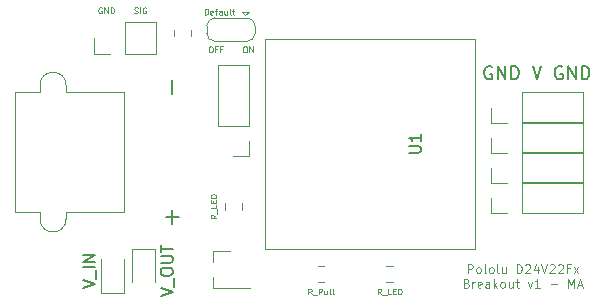
<source format=gto>
G04 #@! TF.GenerationSoftware,KiCad,Pcbnew,(5.1.5)-3*
G04 #@! TF.CreationDate,2021-10-17T14:13:30-07:00*
G04 #@! TF.ProjectId,pololu_regulator_breakout,706f6c6f-6c75-45f7-9265-67756c61746f,rev?*
G04 #@! TF.SameCoordinates,Original*
G04 #@! TF.FileFunction,Legend,Top*
G04 #@! TF.FilePolarity,Positive*
%FSLAX46Y46*%
G04 Gerber Fmt 4.6, Leading zero omitted, Abs format (unit mm)*
G04 Created by KiCad (PCBNEW (5.1.5)-3) date 2021-10-17 14:13:30*
%MOMM*%
%LPD*%
G04 APERTURE LIST*
%ADD10C,0.100000*%
%ADD11C,0.120000*%
%ADD12C,0.150000*%
%ADD13O,1.802000X1.802000*%
%ADD14R,1.802000X1.802000*%
%ADD15R,1.102000X1.602000*%
%ADD16R,2.002000X0.902000*%
%ADD17C,1.626000*%
%ADD18C,2.102000*%
%ADD19C,2.302000*%
%ADD20C,3.602000*%
%ADD21R,3.602000X3.602000*%
%ADD22C,1.502000*%
G04 APERTURE END LIST*
D10*
X134238095Y-71026190D02*
X134333333Y-71026190D01*
X134380952Y-71050000D01*
X134428571Y-71097619D01*
X134452380Y-71192857D01*
X134452380Y-71359523D01*
X134428571Y-71454761D01*
X134380952Y-71502380D01*
X134333333Y-71526190D01*
X134238095Y-71526190D01*
X134190476Y-71502380D01*
X134142857Y-71454761D01*
X134119047Y-71359523D01*
X134119047Y-71192857D01*
X134142857Y-71097619D01*
X134190476Y-71050000D01*
X134238095Y-71026190D01*
X134833333Y-71264285D02*
X134666666Y-71264285D01*
X134666666Y-71526190D02*
X134666666Y-71026190D01*
X134904761Y-71026190D01*
X135261904Y-71264285D02*
X135095238Y-71264285D01*
X135095238Y-71526190D02*
X135095238Y-71026190D01*
X135333333Y-71026190D01*
X137142857Y-71026190D02*
X137238095Y-71026190D01*
X137285714Y-71050000D01*
X137333333Y-71097619D01*
X137357142Y-71192857D01*
X137357142Y-71359523D01*
X137333333Y-71454761D01*
X137285714Y-71502380D01*
X137238095Y-71526190D01*
X137142857Y-71526190D01*
X137095238Y-71502380D01*
X137047619Y-71454761D01*
X137023809Y-71359523D01*
X137023809Y-71192857D01*
X137047619Y-71097619D01*
X137095238Y-71050000D01*
X137142857Y-71026190D01*
X137571428Y-71526190D02*
X137571428Y-71026190D01*
X137857142Y-71526190D01*
X137857142Y-71026190D01*
X125050000Y-67750000D02*
X125002380Y-67726190D01*
X124930952Y-67726190D01*
X124859523Y-67750000D01*
X124811904Y-67797619D01*
X124788095Y-67845238D01*
X124764285Y-67940476D01*
X124764285Y-68011904D01*
X124788095Y-68107142D01*
X124811904Y-68154761D01*
X124859523Y-68202380D01*
X124930952Y-68226190D01*
X124978571Y-68226190D01*
X125050000Y-68202380D01*
X125073809Y-68178571D01*
X125073809Y-68011904D01*
X124978571Y-68011904D01*
X125288095Y-68226190D02*
X125288095Y-67726190D01*
X125573809Y-68226190D01*
X125573809Y-67726190D01*
X125811904Y-68226190D02*
X125811904Y-67726190D01*
X125930952Y-67726190D01*
X126002380Y-67750000D01*
X126050000Y-67797619D01*
X126073809Y-67845238D01*
X126097619Y-67940476D01*
X126097619Y-68011904D01*
X126073809Y-68107142D01*
X126050000Y-68154761D01*
X126002380Y-68202380D01*
X125930952Y-68226190D01*
X125811904Y-68226190D01*
X127811904Y-68202380D02*
X127883333Y-68226190D01*
X128002380Y-68226190D01*
X128050000Y-68202380D01*
X128073809Y-68178571D01*
X128097619Y-68130952D01*
X128097619Y-68083333D01*
X128073809Y-68035714D01*
X128050000Y-68011904D01*
X128002380Y-67988095D01*
X127907142Y-67964285D01*
X127859523Y-67940476D01*
X127835714Y-67916666D01*
X127811904Y-67869047D01*
X127811904Y-67821428D01*
X127835714Y-67773809D01*
X127859523Y-67750000D01*
X127907142Y-67726190D01*
X128026190Y-67726190D01*
X128097619Y-67750000D01*
X128311904Y-68226190D02*
X128311904Y-67726190D01*
X128811904Y-67750000D02*
X128764285Y-67726190D01*
X128692857Y-67726190D01*
X128621428Y-67750000D01*
X128573809Y-67797619D01*
X128550000Y-67845238D01*
X128526190Y-67940476D01*
X128526190Y-68011904D01*
X128550000Y-68107142D01*
X128573809Y-68154761D01*
X128621428Y-68202380D01*
X128692857Y-68226190D01*
X128740476Y-68226190D01*
X128811904Y-68202380D01*
X128835714Y-68178571D01*
X128835714Y-68011904D01*
X128740476Y-68011904D01*
D11*
X156057142Y-90216785D02*
X156057142Y-89466785D01*
X156342857Y-89466785D01*
X156414285Y-89502500D01*
X156450000Y-89538214D01*
X156485714Y-89609642D01*
X156485714Y-89716785D01*
X156450000Y-89788214D01*
X156414285Y-89823928D01*
X156342857Y-89859642D01*
X156057142Y-89859642D01*
X156914285Y-90216785D02*
X156842857Y-90181071D01*
X156807142Y-90145357D01*
X156771428Y-90073928D01*
X156771428Y-89859642D01*
X156807142Y-89788214D01*
X156842857Y-89752500D01*
X156914285Y-89716785D01*
X157021428Y-89716785D01*
X157092857Y-89752500D01*
X157128571Y-89788214D01*
X157164285Y-89859642D01*
X157164285Y-90073928D01*
X157128571Y-90145357D01*
X157092857Y-90181071D01*
X157021428Y-90216785D01*
X156914285Y-90216785D01*
X157592857Y-90216785D02*
X157521428Y-90181071D01*
X157485714Y-90109642D01*
X157485714Y-89466785D01*
X157985714Y-90216785D02*
X157914285Y-90181071D01*
X157878571Y-90145357D01*
X157842857Y-90073928D01*
X157842857Y-89859642D01*
X157878571Y-89788214D01*
X157914285Y-89752500D01*
X157985714Y-89716785D01*
X158092857Y-89716785D01*
X158164285Y-89752500D01*
X158200000Y-89788214D01*
X158235714Y-89859642D01*
X158235714Y-90073928D01*
X158200000Y-90145357D01*
X158164285Y-90181071D01*
X158092857Y-90216785D01*
X157985714Y-90216785D01*
X158664285Y-90216785D02*
X158592857Y-90181071D01*
X158557142Y-90109642D01*
X158557142Y-89466785D01*
X159271428Y-89716785D02*
X159271428Y-90216785D01*
X158950000Y-89716785D02*
X158950000Y-90109642D01*
X158985714Y-90181071D01*
X159057142Y-90216785D01*
X159164285Y-90216785D01*
X159235714Y-90181071D01*
X159271428Y-90145357D01*
X160200000Y-90216785D02*
X160200000Y-89466785D01*
X160378571Y-89466785D01*
X160485714Y-89502500D01*
X160557142Y-89573928D01*
X160592857Y-89645357D01*
X160628571Y-89788214D01*
X160628571Y-89895357D01*
X160592857Y-90038214D01*
X160557142Y-90109642D01*
X160485714Y-90181071D01*
X160378571Y-90216785D01*
X160200000Y-90216785D01*
X160914285Y-89538214D02*
X160950000Y-89502500D01*
X161021428Y-89466785D01*
X161200000Y-89466785D01*
X161271428Y-89502500D01*
X161307142Y-89538214D01*
X161342857Y-89609642D01*
X161342857Y-89681071D01*
X161307142Y-89788214D01*
X160878571Y-90216785D01*
X161342857Y-90216785D01*
X161985714Y-89716785D02*
X161985714Y-90216785D01*
X161807142Y-89431071D02*
X161628571Y-89966785D01*
X162092857Y-89966785D01*
X162271428Y-89466785D02*
X162521428Y-90216785D01*
X162771428Y-89466785D01*
X162985714Y-89538214D02*
X163021428Y-89502500D01*
X163092857Y-89466785D01*
X163271428Y-89466785D01*
X163342857Y-89502500D01*
X163378571Y-89538214D01*
X163414285Y-89609642D01*
X163414285Y-89681071D01*
X163378571Y-89788214D01*
X162950000Y-90216785D01*
X163414285Y-90216785D01*
X163700000Y-89538214D02*
X163735714Y-89502500D01*
X163807142Y-89466785D01*
X163985714Y-89466785D01*
X164057142Y-89502500D01*
X164092857Y-89538214D01*
X164128571Y-89609642D01*
X164128571Y-89681071D01*
X164092857Y-89788214D01*
X163664285Y-90216785D01*
X164128571Y-90216785D01*
X164700000Y-89823928D02*
X164450000Y-89823928D01*
X164450000Y-90216785D02*
X164450000Y-89466785D01*
X164807142Y-89466785D01*
X165021428Y-90216785D02*
X165414285Y-89716785D01*
X165021428Y-89716785D02*
X165414285Y-90216785D01*
X155950000Y-91068928D02*
X156057142Y-91104642D01*
X156092857Y-91140357D01*
X156128571Y-91211785D01*
X156128571Y-91318928D01*
X156092857Y-91390357D01*
X156057142Y-91426071D01*
X155985714Y-91461785D01*
X155700000Y-91461785D01*
X155700000Y-90711785D01*
X155950000Y-90711785D01*
X156021428Y-90747500D01*
X156057142Y-90783214D01*
X156092857Y-90854642D01*
X156092857Y-90926071D01*
X156057142Y-90997500D01*
X156021428Y-91033214D01*
X155950000Y-91068928D01*
X155700000Y-91068928D01*
X156450000Y-91461785D02*
X156450000Y-90961785D01*
X156450000Y-91104642D02*
X156485714Y-91033214D01*
X156521428Y-90997500D01*
X156592857Y-90961785D01*
X156664285Y-90961785D01*
X157200000Y-91426071D02*
X157128571Y-91461785D01*
X156985714Y-91461785D01*
X156914285Y-91426071D01*
X156878571Y-91354642D01*
X156878571Y-91068928D01*
X156914285Y-90997500D01*
X156985714Y-90961785D01*
X157128571Y-90961785D01*
X157200000Y-90997500D01*
X157235714Y-91068928D01*
X157235714Y-91140357D01*
X156878571Y-91211785D01*
X157878571Y-91461785D02*
X157878571Y-91068928D01*
X157842857Y-90997500D01*
X157771428Y-90961785D01*
X157628571Y-90961785D01*
X157557142Y-90997500D01*
X157878571Y-91426071D02*
X157807142Y-91461785D01*
X157628571Y-91461785D01*
X157557142Y-91426071D01*
X157521428Y-91354642D01*
X157521428Y-91283214D01*
X157557142Y-91211785D01*
X157628571Y-91176071D01*
X157807142Y-91176071D01*
X157878571Y-91140357D01*
X158235714Y-91461785D02*
X158235714Y-90711785D01*
X158307142Y-91176071D02*
X158521428Y-91461785D01*
X158521428Y-90961785D02*
X158235714Y-91247500D01*
X158950000Y-91461785D02*
X158878571Y-91426071D01*
X158842857Y-91390357D01*
X158807142Y-91318928D01*
X158807142Y-91104642D01*
X158842857Y-91033214D01*
X158878571Y-90997500D01*
X158950000Y-90961785D01*
X159057142Y-90961785D01*
X159128571Y-90997500D01*
X159164285Y-91033214D01*
X159200000Y-91104642D01*
X159200000Y-91318928D01*
X159164285Y-91390357D01*
X159128571Y-91426071D01*
X159057142Y-91461785D01*
X158950000Y-91461785D01*
X159842857Y-90961785D02*
X159842857Y-91461785D01*
X159521428Y-90961785D02*
X159521428Y-91354642D01*
X159557142Y-91426071D01*
X159628571Y-91461785D01*
X159735714Y-91461785D01*
X159807142Y-91426071D01*
X159842857Y-91390357D01*
X160092857Y-90961785D02*
X160378571Y-90961785D01*
X160200000Y-90711785D02*
X160200000Y-91354642D01*
X160235714Y-91426071D01*
X160307142Y-91461785D01*
X160378571Y-91461785D01*
X161128571Y-90961785D02*
X161307142Y-91461785D01*
X161485714Y-90961785D01*
X162164285Y-91461785D02*
X161735714Y-91461785D01*
X161950000Y-91461785D02*
X161950000Y-90711785D01*
X161878571Y-90818928D01*
X161807142Y-90890357D01*
X161735714Y-90926071D01*
X163057142Y-91176071D02*
X163628571Y-91176071D01*
X164557142Y-91461785D02*
X164557142Y-90711785D01*
X164807142Y-91247500D01*
X165057142Y-90711785D01*
X165057142Y-91461785D01*
X165378571Y-91247500D02*
X165735714Y-91247500D01*
X165307142Y-91461785D02*
X165557142Y-90711785D01*
X165807142Y-91461785D01*
D12*
X158076190Y-72750000D02*
X157971428Y-72697619D01*
X157814285Y-72697619D01*
X157657142Y-72750000D01*
X157552380Y-72854761D01*
X157500000Y-72959523D01*
X157447619Y-73169047D01*
X157447619Y-73326190D01*
X157500000Y-73535714D01*
X157552380Y-73640476D01*
X157657142Y-73745238D01*
X157814285Y-73797619D01*
X157919047Y-73797619D01*
X158076190Y-73745238D01*
X158128571Y-73692857D01*
X158128571Y-73326190D01*
X157919047Y-73326190D01*
X158600000Y-73797619D02*
X158600000Y-72697619D01*
X159228571Y-73797619D01*
X159228571Y-72697619D01*
X159752380Y-73797619D02*
X159752380Y-72697619D01*
X160014285Y-72697619D01*
X160171428Y-72750000D01*
X160276190Y-72854761D01*
X160328571Y-72959523D01*
X160380952Y-73169047D01*
X160380952Y-73326190D01*
X160328571Y-73535714D01*
X160276190Y-73640476D01*
X160171428Y-73745238D01*
X160014285Y-73797619D01*
X159752380Y-73797619D01*
X161533333Y-72697619D02*
X161900000Y-73797619D01*
X162266666Y-72697619D01*
X164047619Y-72750000D02*
X163942857Y-72697619D01*
X163785714Y-72697619D01*
X163628571Y-72750000D01*
X163523809Y-72854761D01*
X163471428Y-72959523D01*
X163419047Y-73169047D01*
X163419047Y-73326190D01*
X163471428Y-73535714D01*
X163523809Y-73640476D01*
X163628571Y-73745238D01*
X163785714Y-73797619D01*
X163890476Y-73797619D01*
X164047619Y-73745238D01*
X164100000Y-73692857D01*
X164100000Y-73326190D01*
X163890476Y-73326190D01*
X164571428Y-73797619D02*
X164571428Y-72697619D01*
X165200000Y-73797619D01*
X165200000Y-72697619D01*
X165723809Y-73797619D02*
X165723809Y-72697619D01*
X165985714Y-72697619D01*
X166142857Y-72750000D01*
X166247619Y-72854761D01*
X166300000Y-72959523D01*
X166352380Y-73169047D01*
X166352380Y-73326190D01*
X166300000Y-73535714D01*
X166247619Y-73640476D01*
X166142857Y-73745238D01*
X165985714Y-73797619D01*
X165723809Y-73797619D01*
D11*
X124430000Y-71630000D02*
X124430000Y-70300000D01*
X125760000Y-71630000D02*
X124430000Y-71630000D01*
X127030000Y-71630000D02*
X127030000Y-68970000D01*
X127030000Y-68970000D02*
X129630000Y-68970000D01*
X127030000Y-71630000D02*
X129630000Y-71630000D01*
X129630000Y-71630000D02*
X129630000Y-68970000D01*
X132610000Y-70136252D02*
X132610000Y-69613748D01*
X131190000Y-70136252D02*
X131190000Y-69613748D01*
X138050000Y-69900000D02*
G75*
G02X137350000Y-70600000I-700000J0D01*
G01*
X137350000Y-68600000D02*
G75*
G02X138050000Y-69300000I0J-700000D01*
G01*
X133950000Y-69300000D02*
G75*
G02X134650000Y-68600000I700000J0D01*
G01*
X134650000Y-70600000D02*
G75*
G02X133950000Y-69900000I0J700000D01*
G01*
X137400000Y-70600000D02*
X134600000Y-70600000D01*
X133950000Y-69900000D02*
X133950000Y-69300000D01*
X134600000Y-68600000D02*
X137400000Y-68600000D01*
X138050000Y-69300000D02*
X138050000Y-69900000D01*
X137200000Y-68400000D02*
X137500000Y-68100000D01*
X137500000Y-68100000D02*
X136900000Y-68100000D01*
X137200000Y-68400000D02*
X136900000Y-68100000D01*
X135490000Y-84313748D02*
X135490000Y-84836252D01*
X136910000Y-84313748D02*
X136910000Y-84836252D01*
X126960000Y-91885000D02*
X126960000Y-89025000D01*
X125040000Y-91885000D02*
X126960000Y-91885000D01*
X125040000Y-89025000D02*
X125040000Y-91885000D01*
X134440000Y-88320000D02*
X135900000Y-88320000D01*
X134440000Y-91480000D02*
X137600000Y-91480000D01*
X134440000Y-91480000D02*
X134440000Y-90550000D01*
X134440000Y-88320000D02*
X134440000Y-89250000D01*
X156692600Y-88168480D02*
X138912600Y-88168480D01*
X138892600Y-88168480D02*
X138892600Y-70368480D01*
X138892600Y-70368480D02*
X156692600Y-70368480D01*
X156692600Y-70368480D02*
X156692600Y-88168480D01*
X143861252Y-89590000D02*
X143338748Y-89590000D01*
X143861252Y-91010000D02*
X143338748Y-91010000D01*
X149163748Y-91010000D02*
X149686252Y-91010000D01*
X149163748Y-89590000D02*
X149686252Y-89590000D01*
X127640000Y-88140000D02*
X127640000Y-91000000D01*
X129560000Y-88140000D02*
X127640000Y-88140000D01*
X129560000Y-91000000D02*
X129560000Y-88140000D01*
X158055000Y-77530000D02*
X158055000Y-76200000D01*
X159385000Y-77530000D02*
X158055000Y-77530000D01*
X160655000Y-77530000D02*
X160655000Y-74870000D01*
X160655000Y-74870000D02*
X165795000Y-74870000D01*
X160655000Y-77530000D02*
X165795000Y-77530000D01*
X165795000Y-77530000D02*
X165795000Y-74870000D01*
X158055000Y-80070000D02*
X158055000Y-78740000D01*
X159385000Y-80070000D02*
X158055000Y-80070000D01*
X160655000Y-80070000D02*
X160655000Y-77410000D01*
X160655000Y-77410000D02*
X165795000Y-77410000D01*
X160655000Y-80070000D02*
X165795000Y-80070000D01*
X165795000Y-80070000D02*
X165795000Y-77410000D01*
X158055000Y-82610000D02*
X158055000Y-81280000D01*
X159385000Y-82610000D02*
X158055000Y-82610000D01*
X160655000Y-82610000D02*
X160655000Y-79950000D01*
X160655000Y-79950000D02*
X165795000Y-79950000D01*
X160655000Y-82610000D02*
X165795000Y-82610000D01*
X165795000Y-82610000D02*
X165795000Y-79950000D01*
X158055000Y-85150000D02*
X158055000Y-83820000D01*
X159385000Y-85150000D02*
X158055000Y-85150000D01*
X160655000Y-85150000D02*
X160655000Y-82490000D01*
X160655000Y-82490000D02*
X165795000Y-82490000D01*
X160655000Y-85150000D02*
X165795000Y-85150000D01*
X165795000Y-85150000D02*
X165795000Y-82490000D01*
X119827000Y-74320000D02*
G75*
G02X122047000Y-74320000I1110000J0D01*
G01*
X122047000Y-85620000D02*
G75*
G02X119827000Y-85620000I-1110000J0D01*
G01*
X117727000Y-74910000D02*
X119827000Y-74910000D01*
X122047000Y-85620000D02*
X122047000Y-85030000D01*
X119827000Y-85620000D02*
X119827000Y-85030000D01*
X119827000Y-74910000D02*
X119827000Y-74320000D01*
X122047000Y-74910000D02*
X122047000Y-74320000D01*
X122047000Y-74910000D02*
X126947000Y-74910000D01*
X117727000Y-85030000D02*
X119827000Y-85030000D01*
X122047000Y-85030000D02*
X126947000Y-85030000D01*
X126947000Y-85030000D02*
X126947000Y-74910000D01*
X117727000Y-85030000D02*
X117727000Y-74910000D01*
X137530000Y-80330000D02*
X136200000Y-80330000D01*
X137530000Y-79000000D02*
X137530000Y-80330000D01*
X137530000Y-77730000D02*
X134870000Y-77730000D01*
X134870000Y-77730000D02*
X134870000Y-72590000D01*
X137530000Y-77730000D02*
X137530000Y-72590000D01*
X137530000Y-72590000D02*
X134870000Y-72590000D01*
D10*
X133785714Y-68326190D02*
X133785714Y-67826190D01*
X133904761Y-67826190D01*
X133976190Y-67850000D01*
X134023809Y-67897619D01*
X134047619Y-67945238D01*
X134071428Y-68040476D01*
X134071428Y-68111904D01*
X134047619Y-68207142D01*
X134023809Y-68254761D01*
X133976190Y-68302380D01*
X133904761Y-68326190D01*
X133785714Y-68326190D01*
X134476190Y-68302380D02*
X134428571Y-68326190D01*
X134333333Y-68326190D01*
X134285714Y-68302380D01*
X134261904Y-68254761D01*
X134261904Y-68064285D01*
X134285714Y-68016666D01*
X134333333Y-67992857D01*
X134428571Y-67992857D01*
X134476190Y-68016666D01*
X134500000Y-68064285D01*
X134500000Y-68111904D01*
X134261904Y-68159523D01*
X134642857Y-67992857D02*
X134833333Y-67992857D01*
X134714285Y-68326190D02*
X134714285Y-67897619D01*
X134738095Y-67850000D01*
X134785714Y-67826190D01*
X134833333Y-67826190D01*
X135214285Y-68326190D02*
X135214285Y-68064285D01*
X135190476Y-68016666D01*
X135142857Y-67992857D01*
X135047619Y-67992857D01*
X135000000Y-68016666D01*
X135214285Y-68302380D02*
X135166666Y-68326190D01*
X135047619Y-68326190D01*
X135000000Y-68302380D01*
X134976190Y-68254761D01*
X134976190Y-68207142D01*
X135000000Y-68159523D01*
X135047619Y-68135714D01*
X135166666Y-68135714D01*
X135214285Y-68111904D01*
X135666666Y-67992857D02*
X135666666Y-68326190D01*
X135452380Y-67992857D02*
X135452380Y-68254761D01*
X135476190Y-68302380D01*
X135523809Y-68326190D01*
X135595238Y-68326190D01*
X135642857Y-68302380D01*
X135666666Y-68278571D01*
X135976190Y-68326190D02*
X135928571Y-68302380D01*
X135904761Y-68254761D01*
X135904761Y-67826190D01*
X136095238Y-67992857D02*
X136285714Y-67992857D01*
X136166666Y-67826190D02*
X136166666Y-68254761D01*
X136190476Y-68302380D01*
X136238095Y-68326190D01*
X136285714Y-68326190D01*
X134776190Y-85289285D02*
X134538095Y-85455952D01*
X134776190Y-85575000D02*
X134276190Y-85575000D01*
X134276190Y-85384523D01*
X134300000Y-85336904D01*
X134323809Y-85313095D01*
X134371428Y-85289285D01*
X134442857Y-85289285D01*
X134490476Y-85313095D01*
X134514285Y-85336904D01*
X134538095Y-85384523D01*
X134538095Y-85575000D01*
X134823809Y-85194047D02*
X134823809Y-84813095D01*
X134776190Y-84455952D02*
X134776190Y-84694047D01*
X134276190Y-84694047D01*
X134514285Y-84289285D02*
X134514285Y-84122619D01*
X134776190Y-84051190D02*
X134776190Y-84289285D01*
X134276190Y-84289285D01*
X134276190Y-84051190D01*
X134776190Y-83836904D02*
X134276190Y-83836904D01*
X134276190Y-83717857D01*
X134300000Y-83646428D01*
X134347619Y-83598809D01*
X134395238Y-83575000D01*
X134490476Y-83551190D01*
X134561904Y-83551190D01*
X134657142Y-83575000D01*
X134704761Y-83598809D01*
X134752380Y-83646428D01*
X134776190Y-83717857D01*
X134776190Y-83836904D01*
D12*
X123452380Y-91476190D02*
X124452380Y-91142857D01*
X123452380Y-90809523D01*
X124547619Y-90714285D02*
X124547619Y-89952380D01*
X124452380Y-89714285D02*
X123452380Y-89714285D01*
X124452380Y-89238095D02*
X123452380Y-89238095D01*
X124452380Y-88666666D01*
X123452380Y-88666666D01*
X151064980Y-80040384D02*
X151874504Y-80040384D01*
X151969742Y-79992765D01*
X152017361Y-79945146D01*
X152064980Y-79849908D01*
X152064980Y-79659432D01*
X152017361Y-79564194D01*
X151969742Y-79516575D01*
X151874504Y-79468956D01*
X151064980Y-79468956D01*
X152064980Y-78468956D02*
X152064980Y-79040384D01*
X152064980Y-78754670D02*
X151064980Y-78754670D01*
X151207838Y-78849908D01*
X151303076Y-78945146D01*
X151350695Y-79040384D01*
D10*
X142826190Y-92026190D02*
X142659523Y-91788095D01*
X142540476Y-92026190D02*
X142540476Y-91526190D01*
X142730952Y-91526190D01*
X142778571Y-91550000D01*
X142802380Y-91573809D01*
X142826190Y-91621428D01*
X142826190Y-91692857D01*
X142802380Y-91740476D01*
X142778571Y-91764285D01*
X142730952Y-91788095D01*
X142540476Y-91788095D01*
X142921428Y-92073809D02*
X143302380Y-92073809D01*
X143421428Y-92026190D02*
X143421428Y-91526190D01*
X143611904Y-91526190D01*
X143659523Y-91550000D01*
X143683333Y-91573809D01*
X143707142Y-91621428D01*
X143707142Y-91692857D01*
X143683333Y-91740476D01*
X143659523Y-91764285D01*
X143611904Y-91788095D01*
X143421428Y-91788095D01*
X144135714Y-91692857D02*
X144135714Y-92026190D01*
X143921428Y-91692857D02*
X143921428Y-91954761D01*
X143945238Y-92002380D01*
X143992857Y-92026190D01*
X144064285Y-92026190D01*
X144111904Y-92002380D01*
X144135714Y-91978571D01*
X144445238Y-92026190D02*
X144397619Y-92002380D01*
X144373809Y-91954761D01*
X144373809Y-91526190D01*
X144707142Y-92026190D02*
X144659523Y-92002380D01*
X144635714Y-91954761D01*
X144635714Y-91526190D01*
X148710714Y-92026190D02*
X148544047Y-91788095D01*
X148425000Y-92026190D02*
X148425000Y-91526190D01*
X148615476Y-91526190D01*
X148663095Y-91550000D01*
X148686904Y-91573809D01*
X148710714Y-91621428D01*
X148710714Y-91692857D01*
X148686904Y-91740476D01*
X148663095Y-91764285D01*
X148615476Y-91788095D01*
X148425000Y-91788095D01*
X148805952Y-92073809D02*
X149186904Y-92073809D01*
X149544047Y-92026190D02*
X149305952Y-92026190D01*
X149305952Y-91526190D01*
X149710714Y-91764285D02*
X149877380Y-91764285D01*
X149948809Y-92026190D02*
X149710714Y-92026190D01*
X149710714Y-91526190D01*
X149948809Y-91526190D01*
X150163095Y-92026190D02*
X150163095Y-91526190D01*
X150282142Y-91526190D01*
X150353571Y-91550000D01*
X150401190Y-91597619D01*
X150425000Y-91645238D01*
X150448809Y-91740476D01*
X150448809Y-91811904D01*
X150425000Y-91907142D01*
X150401190Y-91954761D01*
X150353571Y-92002380D01*
X150282142Y-92026190D01*
X150163095Y-92026190D01*
D12*
X130052380Y-92142857D02*
X131052380Y-91809523D01*
X130052380Y-91476190D01*
X131147619Y-91380952D02*
X131147619Y-90619047D01*
X130052380Y-90190476D02*
X130052380Y-90000000D01*
X130100000Y-89904761D01*
X130195238Y-89809523D01*
X130385714Y-89761904D01*
X130719047Y-89761904D01*
X130909523Y-89809523D01*
X131004761Y-89904761D01*
X131052380Y-90000000D01*
X131052380Y-90190476D01*
X131004761Y-90285714D01*
X130909523Y-90380952D01*
X130719047Y-90428571D01*
X130385714Y-90428571D01*
X130195238Y-90380952D01*
X130100000Y-90285714D01*
X130052380Y-90190476D01*
X130052380Y-89333333D02*
X130861904Y-89333333D01*
X130957142Y-89285714D01*
X131004761Y-89238095D01*
X131052380Y-89142857D01*
X131052380Y-88952380D01*
X131004761Y-88857142D01*
X130957142Y-88809523D01*
X130861904Y-88761904D01*
X130052380Y-88761904D01*
X130052380Y-88428571D02*
X130052380Y-87857142D01*
X131052380Y-88142857D02*
X130052380Y-88142857D01*
X131044142Y-86041428D02*
X131044142Y-84898571D01*
X131615571Y-85470000D02*
X130472714Y-85470000D01*
X131044142Y-75041428D02*
X131044142Y-73898571D01*
%LPC*%
D13*
X128300000Y-70300000D03*
D14*
X125760000Y-70300000D03*
D10*
G36*
X132405505Y-68225311D02*
G01*
X132431925Y-68229230D01*
X132457835Y-68235720D01*
X132482983Y-68244718D01*
X132507128Y-68256138D01*
X132530038Y-68269869D01*
X132551492Y-68285780D01*
X132571282Y-68303718D01*
X132589220Y-68323508D01*
X132605131Y-68344962D01*
X132618862Y-68367872D01*
X132630282Y-68392017D01*
X132639280Y-68417165D01*
X132645770Y-68443075D01*
X132649689Y-68469495D01*
X132651000Y-68496173D01*
X132651000Y-69203827D01*
X132649689Y-69230505D01*
X132645770Y-69256925D01*
X132639280Y-69282835D01*
X132630282Y-69307983D01*
X132618862Y-69332128D01*
X132605131Y-69355038D01*
X132589220Y-69376492D01*
X132571282Y-69396282D01*
X132551492Y-69414220D01*
X132530038Y-69430131D01*
X132507128Y-69443862D01*
X132482983Y-69455282D01*
X132457835Y-69464280D01*
X132431925Y-69470770D01*
X132405505Y-69474689D01*
X132378827Y-69476000D01*
X131421173Y-69476000D01*
X131394495Y-69474689D01*
X131368075Y-69470770D01*
X131342165Y-69464280D01*
X131317017Y-69455282D01*
X131292872Y-69443862D01*
X131269962Y-69430131D01*
X131248508Y-69414220D01*
X131228718Y-69396282D01*
X131210780Y-69376492D01*
X131194869Y-69355038D01*
X131181138Y-69332128D01*
X131169718Y-69307983D01*
X131160720Y-69282835D01*
X131154230Y-69256925D01*
X131150311Y-69230505D01*
X131149000Y-69203827D01*
X131149000Y-68496173D01*
X131150311Y-68469495D01*
X131154230Y-68443075D01*
X131160720Y-68417165D01*
X131169718Y-68392017D01*
X131181138Y-68367872D01*
X131194869Y-68344962D01*
X131210780Y-68323508D01*
X131228718Y-68303718D01*
X131248508Y-68285780D01*
X131269962Y-68269869D01*
X131292872Y-68256138D01*
X131317017Y-68244718D01*
X131342165Y-68235720D01*
X131368075Y-68229230D01*
X131394495Y-68225311D01*
X131421173Y-68224000D01*
X132378827Y-68224000D01*
X132405505Y-68225311D01*
G37*
G36*
X132405505Y-70275311D02*
G01*
X132431925Y-70279230D01*
X132457835Y-70285720D01*
X132482983Y-70294718D01*
X132507128Y-70306138D01*
X132530038Y-70319869D01*
X132551492Y-70335780D01*
X132571282Y-70353718D01*
X132589220Y-70373508D01*
X132605131Y-70394962D01*
X132618862Y-70417872D01*
X132630282Y-70442017D01*
X132639280Y-70467165D01*
X132645770Y-70493075D01*
X132649689Y-70519495D01*
X132651000Y-70546173D01*
X132651000Y-71253827D01*
X132649689Y-71280505D01*
X132645770Y-71306925D01*
X132639280Y-71332835D01*
X132630282Y-71357983D01*
X132618862Y-71382128D01*
X132605131Y-71405038D01*
X132589220Y-71426492D01*
X132571282Y-71446282D01*
X132551492Y-71464220D01*
X132530038Y-71480131D01*
X132507128Y-71493862D01*
X132482983Y-71505282D01*
X132457835Y-71514280D01*
X132431925Y-71520770D01*
X132405505Y-71524689D01*
X132378827Y-71526000D01*
X131421173Y-71526000D01*
X131394495Y-71524689D01*
X131368075Y-71520770D01*
X131342165Y-71514280D01*
X131317017Y-71505282D01*
X131292872Y-71493862D01*
X131269962Y-71480131D01*
X131248508Y-71464220D01*
X131228718Y-71446282D01*
X131210780Y-71426492D01*
X131194869Y-71405038D01*
X131181138Y-71382128D01*
X131169718Y-71357983D01*
X131160720Y-71332835D01*
X131154230Y-71306925D01*
X131150311Y-71280505D01*
X131149000Y-71253827D01*
X131149000Y-70546173D01*
X131150311Y-70519495D01*
X131154230Y-70493075D01*
X131160720Y-70467165D01*
X131169718Y-70442017D01*
X131181138Y-70417872D01*
X131194869Y-70394962D01*
X131210780Y-70373508D01*
X131228718Y-70353718D01*
X131248508Y-70335780D01*
X131269962Y-70319869D01*
X131292872Y-70306138D01*
X131317017Y-70294718D01*
X131342165Y-70285720D01*
X131368075Y-70279230D01*
X131394495Y-70275311D01*
X131421173Y-70274000D01*
X132378827Y-70274000D01*
X132405505Y-70275311D01*
G37*
D15*
X136000000Y-69600000D03*
D10*
G36*
X134693888Y-70400398D02*
G01*
X134675466Y-70400398D01*
X134670467Y-70400152D01*
X134621636Y-70395342D01*
X134616686Y-70394608D01*
X134568561Y-70385036D01*
X134563705Y-70383820D01*
X134516750Y-70369576D01*
X134512039Y-70367890D01*
X134466706Y-70349113D01*
X134462180Y-70346973D01*
X134418907Y-70323842D01*
X134414616Y-70321269D01*
X134373817Y-70294009D01*
X134369796Y-70291027D01*
X134331867Y-70259899D01*
X134328159Y-70256538D01*
X134293462Y-70221841D01*
X134290101Y-70218133D01*
X134258973Y-70180204D01*
X134255991Y-70176183D01*
X134228731Y-70135384D01*
X134226158Y-70131093D01*
X134203027Y-70087820D01*
X134200887Y-70083294D01*
X134182110Y-70037961D01*
X134180424Y-70033250D01*
X134166180Y-69986295D01*
X134164964Y-69981439D01*
X134155392Y-69933314D01*
X134154658Y-69928364D01*
X134149848Y-69879533D01*
X134149602Y-69874534D01*
X134149602Y-69856112D01*
X134149000Y-69850000D01*
X134149000Y-69350000D01*
X134149602Y-69343888D01*
X134149602Y-69325466D01*
X134149848Y-69320467D01*
X134154658Y-69271636D01*
X134155392Y-69266686D01*
X134164964Y-69218561D01*
X134166180Y-69213705D01*
X134180424Y-69166750D01*
X134182110Y-69162039D01*
X134200887Y-69116706D01*
X134203027Y-69112180D01*
X134226158Y-69068907D01*
X134228731Y-69064616D01*
X134255991Y-69023817D01*
X134258973Y-69019796D01*
X134290101Y-68981867D01*
X134293462Y-68978159D01*
X134328159Y-68943462D01*
X134331867Y-68940101D01*
X134369796Y-68908973D01*
X134373817Y-68905991D01*
X134414616Y-68878731D01*
X134418907Y-68876158D01*
X134462180Y-68853027D01*
X134466706Y-68850887D01*
X134512039Y-68832110D01*
X134516750Y-68830424D01*
X134563705Y-68816180D01*
X134568561Y-68814964D01*
X134616686Y-68805392D01*
X134621636Y-68804658D01*
X134670467Y-68799848D01*
X134675466Y-68799602D01*
X134693888Y-68799602D01*
X134700000Y-68799000D01*
X135250000Y-68799000D01*
X135259950Y-68799980D01*
X135269517Y-68802882D01*
X135278334Y-68807595D01*
X135286062Y-68813938D01*
X135292405Y-68821666D01*
X135297118Y-68830483D01*
X135300020Y-68840050D01*
X135301000Y-68850000D01*
X135301000Y-70350000D01*
X135300020Y-70359950D01*
X135297118Y-70369517D01*
X135292405Y-70378334D01*
X135286062Y-70386062D01*
X135278334Y-70392405D01*
X135269517Y-70397118D01*
X135259950Y-70400020D01*
X135250000Y-70401000D01*
X134700000Y-70401000D01*
X134693888Y-70400398D01*
G37*
G36*
X136740050Y-70400020D02*
G01*
X136730483Y-70397118D01*
X136721666Y-70392405D01*
X136713938Y-70386062D01*
X136707595Y-70378334D01*
X136702882Y-70369517D01*
X136699980Y-70359950D01*
X136699000Y-70350000D01*
X136699000Y-68850000D01*
X136699980Y-68840050D01*
X136702882Y-68830483D01*
X136707595Y-68821666D01*
X136713938Y-68813938D01*
X136721666Y-68807595D01*
X136730483Y-68802882D01*
X136740050Y-68799980D01*
X136750000Y-68799000D01*
X137300000Y-68799000D01*
X137306112Y-68799602D01*
X137324534Y-68799602D01*
X137329533Y-68799848D01*
X137378364Y-68804658D01*
X137383314Y-68805392D01*
X137431439Y-68814964D01*
X137436295Y-68816180D01*
X137483250Y-68830424D01*
X137487961Y-68832110D01*
X137533294Y-68850887D01*
X137537820Y-68853027D01*
X137581093Y-68876158D01*
X137585384Y-68878731D01*
X137626183Y-68905991D01*
X137630204Y-68908973D01*
X137668133Y-68940101D01*
X137671841Y-68943462D01*
X137706538Y-68978159D01*
X137709899Y-68981867D01*
X137741027Y-69019796D01*
X137744009Y-69023817D01*
X137771269Y-69064616D01*
X137773842Y-69068907D01*
X137796973Y-69112180D01*
X137799113Y-69116706D01*
X137817890Y-69162039D01*
X137819576Y-69166750D01*
X137833820Y-69213705D01*
X137835036Y-69218561D01*
X137844608Y-69266686D01*
X137845342Y-69271636D01*
X137850152Y-69320467D01*
X137850398Y-69325466D01*
X137850398Y-69343888D01*
X137851000Y-69350000D01*
X137851000Y-69850000D01*
X137850398Y-69856112D01*
X137850398Y-69874534D01*
X137850152Y-69879533D01*
X137845342Y-69928364D01*
X137844608Y-69933314D01*
X137835036Y-69981439D01*
X137833820Y-69986295D01*
X137819576Y-70033250D01*
X137817890Y-70037961D01*
X137799113Y-70083294D01*
X137796973Y-70087820D01*
X137773842Y-70131093D01*
X137771269Y-70135384D01*
X137744009Y-70176183D01*
X137741027Y-70180204D01*
X137709899Y-70218133D01*
X137706538Y-70221841D01*
X137671841Y-70256538D01*
X137668133Y-70259899D01*
X137630204Y-70291027D01*
X137626183Y-70294009D01*
X137585384Y-70321269D01*
X137581093Y-70323842D01*
X137537820Y-70346973D01*
X137533294Y-70349113D01*
X137487961Y-70367890D01*
X137483250Y-70369576D01*
X137436295Y-70383820D01*
X137431439Y-70385036D01*
X137383314Y-70394608D01*
X137378364Y-70395342D01*
X137329533Y-70400152D01*
X137324534Y-70400398D01*
X137306112Y-70400398D01*
X137300000Y-70401000D01*
X136750000Y-70401000D01*
X136740050Y-70400020D01*
G37*
G36*
X136705505Y-84975311D02*
G01*
X136731925Y-84979230D01*
X136757835Y-84985720D01*
X136782983Y-84994718D01*
X136807128Y-85006138D01*
X136830038Y-85019869D01*
X136851492Y-85035780D01*
X136871282Y-85053718D01*
X136889220Y-85073508D01*
X136905131Y-85094962D01*
X136918862Y-85117872D01*
X136930282Y-85142017D01*
X136939280Y-85167165D01*
X136945770Y-85193075D01*
X136949689Y-85219495D01*
X136951000Y-85246173D01*
X136951000Y-85953827D01*
X136949689Y-85980505D01*
X136945770Y-86006925D01*
X136939280Y-86032835D01*
X136930282Y-86057983D01*
X136918862Y-86082128D01*
X136905131Y-86105038D01*
X136889220Y-86126492D01*
X136871282Y-86146282D01*
X136851492Y-86164220D01*
X136830038Y-86180131D01*
X136807128Y-86193862D01*
X136782983Y-86205282D01*
X136757835Y-86214280D01*
X136731925Y-86220770D01*
X136705505Y-86224689D01*
X136678827Y-86226000D01*
X135721173Y-86226000D01*
X135694495Y-86224689D01*
X135668075Y-86220770D01*
X135642165Y-86214280D01*
X135617017Y-86205282D01*
X135592872Y-86193862D01*
X135569962Y-86180131D01*
X135548508Y-86164220D01*
X135528718Y-86146282D01*
X135510780Y-86126492D01*
X135494869Y-86105038D01*
X135481138Y-86082128D01*
X135469718Y-86057983D01*
X135460720Y-86032835D01*
X135454230Y-86006925D01*
X135450311Y-85980505D01*
X135449000Y-85953827D01*
X135449000Y-85246173D01*
X135450311Y-85219495D01*
X135454230Y-85193075D01*
X135460720Y-85167165D01*
X135469718Y-85142017D01*
X135481138Y-85117872D01*
X135494869Y-85094962D01*
X135510780Y-85073508D01*
X135528718Y-85053718D01*
X135548508Y-85035780D01*
X135569962Y-85019869D01*
X135592872Y-85006138D01*
X135617017Y-84994718D01*
X135642165Y-84985720D01*
X135668075Y-84979230D01*
X135694495Y-84975311D01*
X135721173Y-84974000D01*
X136678827Y-84974000D01*
X136705505Y-84975311D01*
G37*
G36*
X136705505Y-82925311D02*
G01*
X136731925Y-82929230D01*
X136757835Y-82935720D01*
X136782983Y-82944718D01*
X136807128Y-82956138D01*
X136830038Y-82969869D01*
X136851492Y-82985780D01*
X136871282Y-83003718D01*
X136889220Y-83023508D01*
X136905131Y-83044962D01*
X136918862Y-83067872D01*
X136930282Y-83092017D01*
X136939280Y-83117165D01*
X136945770Y-83143075D01*
X136949689Y-83169495D01*
X136951000Y-83196173D01*
X136951000Y-83903827D01*
X136949689Y-83930505D01*
X136945770Y-83956925D01*
X136939280Y-83982835D01*
X136930282Y-84007983D01*
X136918862Y-84032128D01*
X136905131Y-84055038D01*
X136889220Y-84076492D01*
X136871282Y-84096282D01*
X136851492Y-84114220D01*
X136830038Y-84130131D01*
X136807128Y-84143862D01*
X136782983Y-84155282D01*
X136757835Y-84164280D01*
X136731925Y-84170770D01*
X136705505Y-84174689D01*
X136678827Y-84176000D01*
X135721173Y-84176000D01*
X135694495Y-84174689D01*
X135668075Y-84170770D01*
X135642165Y-84164280D01*
X135617017Y-84155282D01*
X135592872Y-84143862D01*
X135569962Y-84130131D01*
X135548508Y-84114220D01*
X135528718Y-84096282D01*
X135510780Y-84076492D01*
X135494869Y-84055038D01*
X135481138Y-84032128D01*
X135469718Y-84007983D01*
X135460720Y-83982835D01*
X135454230Y-83956925D01*
X135450311Y-83930505D01*
X135449000Y-83903827D01*
X135449000Y-83196173D01*
X135450311Y-83169495D01*
X135454230Y-83143075D01*
X135460720Y-83117165D01*
X135469718Y-83092017D01*
X135481138Y-83067872D01*
X135494869Y-83044962D01*
X135510780Y-83023508D01*
X135528718Y-83003718D01*
X135548508Y-82985780D01*
X135569962Y-82969869D01*
X135592872Y-82956138D01*
X135617017Y-82944718D01*
X135642165Y-82935720D01*
X135668075Y-82929230D01*
X135694495Y-82925311D01*
X135721173Y-82924000D01*
X136678827Y-82924000D01*
X136705505Y-82925311D01*
G37*
G36*
X126505505Y-88375311D02*
G01*
X126531925Y-88379230D01*
X126557835Y-88385720D01*
X126582983Y-88394718D01*
X126607128Y-88406138D01*
X126630038Y-88419869D01*
X126651492Y-88435780D01*
X126671282Y-88453718D01*
X126689220Y-88473508D01*
X126705131Y-88494962D01*
X126718862Y-88517872D01*
X126730282Y-88542017D01*
X126739280Y-88567165D01*
X126745770Y-88593075D01*
X126749689Y-88619495D01*
X126751000Y-88646173D01*
X126751000Y-89353827D01*
X126749689Y-89380505D01*
X126745770Y-89406925D01*
X126739280Y-89432835D01*
X126730282Y-89457983D01*
X126718862Y-89482128D01*
X126705131Y-89505038D01*
X126689220Y-89526492D01*
X126671282Y-89546282D01*
X126651492Y-89564220D01*
X126630038Y-89580131D01*
X126607128Y-89593862D01*
X126582983Y-89605282D01*
X126557835Y-89614280D01*
X126531925Y-89620770D01*
X126505505Y-89624689D01*
X126478827Y-89626000D01*
X125521173Y-89626000D01*
X125494495Y-89624689D01*
X125468075Y-89620770D01*
X125442165Y-89614280D01*
X125417017Y-89605282D01*
X125392872Y-89593862D01*
X125369962Y-89580131D01*
X125348508Y-89564220D01*
X125328718Y-89546282D01*
X125310780Y-89526492D01*
X125294869Y-89505038D01*
X125281138Y-89482128D01*
X125269718Y-89457983D01*
X125260720Y-89432835D01*
X125254230Y-89406925D01*
X125250311Y-89380505D01*
X125249000Y-89353827D01*
X125249000Y-88646173D01*
X125250311Y-88619495D01*
X125254230Y-88593075D01*
X125260720Y-88567165D01*
X125269718Y-88542017D01*
X125281138Y-88517872D01*
X125294869Y-88494962D01*
X125310780Y-88473508D01*
X125328718Y-88453718D01*
X125348508Y-88435780D01*
X125369962Y-88419869D01*
X125392872Y-88406138D01*
X125417017Y-88394718D01*
X125442165Y-88385720D01*
X125468075Y-88379230D01*
X125494495Y-88375311D01*
X125521173Y-88374000D01*
X126478827Y-88374000D01*
X126505505Y-88375311D01*
G37*
G36*
X126505505Y-90425311D02*
G01*
X126531925Y-90429230D01*
X126557835Y-90435720D01*
X126582983Y-90444718D01*
X126607128Y-90456138D01*
X126630038Y-90469869D01*
X126651492Y-90485780D01*
X126671282Y-90503718D01*
X126689220Y-90523508D01*
X126705131Y-90544962D01*
X126718862Y-90567872D01*
X126730282Y-90592017D01*
X126739280Y-90617165D01*
X126745770Y-90643075D01*
X126749689Y-90669495D01*
X126751000Y-90696173D01*
X126751000Y-91403827D01*
X126749689Y-91430505D01*
X126745770Y-91456925D01*
X126739280Y-91482835D01*
X126730282Y-91507983D01*
X126718862Y-91532128D01*
X126705131Y-91555038D01*
X126689220Y-91576492D01*
X126671282Y-91596282D01*
X126651492Y-91614220D01*
X126630038Y-91630131D01*
X126607128Y-91643862D01*
X126582983Y-91655282D01*
X126557835Y-91664280D01*
X126531925Y-91670770D01*
X126505505Y-91674689D01*
X126478827Y-91676000D01*
X125521173Y-91676000D01*
X125494495Y-91674689D01*
X125468075Y-91670770D01*
X125442165Y-91664280D01*
X125417017Y-91655282D01*
X125392872Y-91643862D01*
X125369962Y-91630131D01*
X125348508Y-91614220D01*
X125328718Y-91596282D01*
X125310780Y-91576492D01*
X125294869Y-91555038D01*
X125281138Y-91532128D01*
X125269718Y-91507983D01*
X125260720Y-91482835D01*
X125254230Y-91456925D01*
X125250311Y-91430505D01*
X125249000Y-91403827D01*
X125249000Y-90696173D01*
X125250311Y-90669495D01*
X125254230Y-90643075D01*
X125260720Y-90617165D01*
X125269718Y-90592017D01*
X125281138Y-90567872D01*
X125294869Y-90544962D01*
X125310780Y-90523508D01*
X125328718Y-90503718D01*
X125348508Y-90485780D01*
X125369962Y-90469869D01*
X125392872Y-90456138D01*
X125417017Y-90444718D01*
X125442165Y-90435720D01*
X125468075Y-90429230D01*
X125494495Y-90425311D01*
X125521173Y-90424000D01*
X126478827Y-90424000D01*
X126505505Y-90425311D01*
G37*
D16*
X133700000Y-89900000D03*
X136700000Y-88950000D03*
X136700000Y-90850000D03*
D17*
X155422600Y-86898480D03*
X155422600Y-84358480D03*
X155422600Y-81818480D03*
X155422600Y-79278480D03*
X155422600Y-76738480D03*
X144732600Y-86898480D03*
D18*
X154152600Y-72928480D03*
X141192600Y-85868480D03*
D10*
G36*
X142955505Y-89550311D02*
G01*
X142981925Y-89554230D01*
X143007835Y-89560720D01*
X143032983Y-89569718D01*
X143057128Y-89581138D01*
X143080038Y-89594869D01*
X143101492Y-89610780D01*
X143121282Y-89628718D01*
X143139220Y-89648508D01*
X143155131Y-89669962D01*
X143168862Y-89692872D01*
X143180282Y-89717017D01*
X143189280Y-89742165D01*
X143195770Y-89768075D01*
X143199689Y-89794495D01*
X143201000Y-89821173D01*
X143201000Y-90778827D01*
X143199689Y-90805505D01*
X143195770Y-90831925D01*
X143189280Y-90857835D01*
X143180282Y-90882983D01*
X143168862Y-90907128D01*
X143155131Y-90930038D01*
X143139220Y-90951492D01*
X143121282Y-90971282D01*
X143101492Y-90989220D01*
X143080038Y-91005131D01*
X143057128Y-91018862D01*
X143032983Y-91030282D01*
X143007835Y-91039280D01*
X142981925Y-91045770D01*
X142955505Y-91049689D01*
X142928827Y-91051000D01*
X142221173Y-91051000D01*
X142194495Y-91049689D01*
X142168075Y-91045770D01*
X142142165Y-91039280D01*
X142117017Y-91030282D01*
X142092872Y-91018862D01*
X142069962Y-91005131D01*
X142048508Y-90989220D01*
X142028718Y-90971282D01*
X142010780Y-90951492D01*
X141994869Y-90930038D01*
X141981138Y-90907128D01*
X141969718Y-90882983D01*
X141960720Y-90857835D01*
X141954230Y-90831925D01*
X141950311Y-90805505D01*
X141949000Y-90778827D01*
X141949000Y-89821173D01*
X141950311Y-89794495D01*
X141954230Y-89768075D01*
X141960720Y-89742165D01*
X141969718Y-89717017D01*
X141981138Y-89692872D01*
X141994869Y-89669962D01*
X142010780Y-89648508D01*
X142028718Y-89628718D01*
X142048508Y-89610780D01*
X142069962Y-89594869D01*
X142092872Y-89581138D01*
X142117017Y-89569718D01*
X142142165Y-89560720D01*
X142168075Y-89554230D01*
X142194495Y-89550311D01*
X142221173Y-89549000D01*
X142928827Y-89549000D01*
X142955505Y-89550311D01*
G37*
G36*
X145005505Y-89550311D02*
G01*
X145031925Y-89554230D01*
X145057835Y-89560720D01*
X145082983Y-89569718D01*
X145107128Y-89581138D01*
X145130038Y-89594869D01*
X145151492Y-89610780D01*
X145171282Y-89628718D01*
X145189220Y-89648508D01*
X145205131Y-89669962D01*
X145218862Y-89692872D01*
X145230282Y-89717017D01*
X145239280Y-89742165D01*
X145245770Y-89768075D01*
X145249689Y-89794495D01*
X145251000Y-89821173D01*
X145251000Y-90778827D01*
X145249689Y-90805505D01*
X145245770Y-90831925D01*
X145239280Y-90857835D01*
X145230282Y-90882983D01*
X145218862Y-90907128D01*
X145205131Y-90930038D01*
X145189220Y-90951492D01*
X145171282Y-90971282D01*
X145151492Y-90989220D01*
X145130038Y-91005131D01*
X145107128Y-91018862D01*
X145082983Y-91030282D01*
X145057835Y-91039280D01*
X145031925Y-91045770D01*
X145005505Y-91049689D01*
X144978827Y-91051000D01*
X144271173Y-91051000D01*
X144244495Y-91049689D01*
X144218075Y-91045770D01*
X144192165Y-91039280D01*
X144167017Y-91030282D01*
X144142872Y-91018862D01*
X144119962Y-91005131D01*
X144098508Y-90989220D01*
X144078718Y-90971282D01*
X144060780Y-90951492D01*
X144044869Y-90930038D01*
X144031138Y-90907128D01*
X144019718Y-90882983D01*
X144010720Y-90857835D01*
X144004230Y-90831925D01*
X144000311Y-90805505D01*
X143999000Y-90778827D01*
X143999000Y-89821173D01*
X144000311Y-89794495D01*
X144004230Y-89768075D01*
X144010720Y-89742165D01*
X144019718Y-89717017D01*
X144031138Y-89692872D01*
X144044869Y-89669962D01*
X144060780Y-89648508D01*
X144078718Y-89628718D01*
X144098508Y-89610780D01*
X144119962Y-89594869D01*
X144142872Y-89581138D01*
X144167017Y-89569718D01*
X144192165Y-89560720D01*
X144218075Y-89554230D01*
X144244495Y-89550311D01*
X144271173Y-89549000D01*
X144978827Y-89549000D01*
X145005505Y-89550311D01*
G37*
G36*
X150830505Y-89550311D02*
G01*
X150856925Y-89554230D01*
X150882835Y-89560720D01*
X150907983Y-89569718D01*
X150932128Y-89581138D01*
X150955038Y-89594869D01*
X150976492Y-89610780D01*
X150996282Y-89628718D01*
X151014220Y-89648508D01*
X151030131Y-89669962D01*
X151043862Y-89692872D01*
X151055282Y-89717017D01*
X151064280Y-89742165D01*
X151070770Y-89768075D01*
X151074689Y-89794495D01*
X151076000Y-89821173D01*
X151076000Y-90778827D01*
X151074689Y-90805505D01*
X151070770Y-90831925D01*
X151064280Y-90857835D01*
X151055282Y-90882983D01*
X151043862Y-90907128D01*
X151030131Y-90930038D01*
X151014220Y-90951492D01*
X150996282Y-90971282D01*
X150976492Y-90989220D01*
X150955038Y-91005131D01*
X150932128Y-91018862D01*
X150907983Y-91030282D01*
X150882835Y-91039280D01*
X150856925Y-91045770D01*
X150830505Y-91049689D01*
X150803827Y-91051000D01*
X150096173Y-91051000D01*
X150069495Y-91049689D01*
X150043075Y-91045770D01*
X150017165Y-91039280D01*
X149992017Y-91030282D01*
X149967872Y-91018862D01*
X149944962Y-91005131D01*
X149923508Y-90989220D01*
X149903718Y-90971282D01*
X149885780Y-90951492D01*
X149869869Y-90930038D01*
X149856138Y-90907128D01*
X149844718Y-90882983D01*
X149835720Y-90857835D01*
X149829230Y-90831925D01*
X149825311Y-90805505D01*
X149824000Y-90778827D01*
X149824000Y-89821173D01*
X149825311Y-89794495D01*
X149829230Y-89768075D01*
X149835720Y-89742165D01*
X149844718Y-89717017D01*
X149856138Y-89692872D01*
X149869869Y-89669962D01*
X149885780Y-89648508D01*
X149903718Y-89628718D01*
X149923508Y-89610780D01*
X149944962Y-89594869D01*
X149967872Y-89581138D01*
X149992017Y-89569718D01*
X150017165Y-89560720D01*
X150043075Y-89554230D01*
X150069495Y-89550311D01*
X150096173Y-89549000D01*
X150803827Y-89549000D01*
X150830505Y-89550311D01*
G37*
G36*
X148780505Y-89550311D02*
G01*
X148806925Y-89554230D01*
X148832835Y-89560720D01*
X148857983Y-89569718D01*
X148882128Y-89581138D01*
X148905038Y-89594869D01*
X148926492Y-89610780D01*
X148946282Y-89628718D01*
X148964220Y-89648508D01*
X148980131Y-89669962D01*
X148993862Y-89692872D01*
X149005282Y-89717017D01*
X149014280Y-89742165D01*
X149020770Y-89768075D01*
X149024689Y-89794495D01*
X149026000Y-89821173D01*
X149026000Y-90778827D01*
X149024689Y-90805505D01*
X149020770Y-90831925D01*
X149014280Y-90857835D01*
X149005282Y-90882983D01*
X148993862Y-90907128D01*
X148980131Y-90930038D01*
X148964220Y-90951492D01*
X148946282Y-90971282D01*
X148926492Y-90989220D01*
X148905038Y-91005131D01*
X148882128Y-91018862D01*
X148857983Y-91030282D01*
X148832835Y-91039280D01*
X148806925Y-91045770D01*
X148780505Y-91049689D01*
X148753827Y-91051000D01*
X148046173Y-91051000D01*
X148019495Y-91049689D01*
X147993075Y-91045770D01*
X147967165Y-91039280D01*
X147942017Y-91030282D01*
X147917872Y-91018862D01*
X147894962Y-91005131D01*
X147873508Y-90989220D01*
X147853718Y-90971282D01*
X147835780Y-90951492D01*
X147819869Y-90930038D01*
X147806138Y-90907128D01*
X147794718Y-90882983D01*
X147785720Y-90857835D01*
X147779230Y-90831925D01*
X147775311Y-90805505D01*
X147774000Y-90778827D01*
X147774000Y-89821173D01*
X147775311Y-89794495D01*
X147779230Y-89768075D01*
X147785720Y-89742165D01*
X147794718Y-89717017D01*
X147806138Y-89692872D01*
X147819869Y-89669962D01*
X147835780Y-89648508D01*
X147853718Y-89628718D01*
X147873508Y-89610780D01*
X147894962Y-89594869D01*
X147917872Y-89581138D01*
X147942017Y-89569718D01*
X147967165Y-89560720D01*
X147993075Y-89554230D01*
X148019495Y-89550311D01*
X148046173Y-89549000D01*
X148753827Y-89549000D01*
X148780505Y-89550311D01*
G37*
G36*
X129105505Y-90400311D02*
G01*
X129131925Y-90404230D01*
X129157835Y-90410720D01*
X129182983Y-90419718D01*
X129207128Y-90431138D01*
X129230038Y-90444869D01*
X129251492Y-90460780D01*
X129271282Y-90478718D01*
X129289220Y-90498508D01*
X129305131Y-90519962D01*
X129318862Y-90542872D01*
X129330282Y-90567017D01*
X129339280Y-90592165D01*
X129345770Y-90618075D01*
X129349689Y-90644495D01*
X129351000Y-90671173D01*
X129351000Y-91378827D01*
X129349689Y-91405505D01*
X129345770Y-91431925D01*
X129339280Y-91457835D01*
X129330282Y-91482983D01*
X129318862Y-91507128D01*
X129305131Y-91530038D01*
X129289220Y-91551492D01*
X129271282Y-91571282D01*
X129251492Y-91589220D01*
X129230038Y-91605131D01*
X129207128Y-91618862D01*
X129182983Y-91630282D01*
X129157835Y-91639280D01*
X129131925Y-91645770D01*
X129105505Y-91649689D01*
X129078827Y-91651000D01*
X128121173Y-91651000D01*
X128094495Y-91649689D01*
X128068075Y-91645770D01*
X128042165Y-91639280D01*
X128017017Y-91630282D01*
X127992872Y-91618862D01*
X127969962Y-91605131D01*
X127948508Y-91589220D01*
X127928718Y-91571282D01*
X127910780Y-91551492D01*
X127894869Y-91530038D01*
X127881138Y-91507128D01*
X127869718Y-91482983D01*
X127860720Y-91457835D01*
X127854230Y-91431925D01*
X127850311Y-91405505D01*
X127849000Y-91378827D01*
X127849000Y-90671173D01*
X127850311Y-90644495D01*
X127854230Y-90618075D01*
X127860720Y-90592165D01*
X127869718Y-90567017D01*
X127881138Y-90542872D01*
X127894869Y-90519962D01*
X127910780Y-90498508D01*
X127928718Y-90478718D01*
X127948508Y-90460780D01*
X127969962Y-90444869D01*
X127992872Y-90431138D01*
X128017017Y-90419718D01*
X128042165Y-90410720D01*
X128068075Y-90404230D01*
X128094495Y-90400311D01*
X128121173Y-90399000D01*
X129078827Y-90399000D01*
X129105505Y-90400311D01*
G37*
G36*
X129105505Y-88350311D02*
G01*
X129131925Y-88354230D01*
X129157835Y-88360720D01*
X129182983Y-88369718D01*
X129207128Y-88381138D01*
X129230038Y-88394869D01*
X129251492Y-88410780D01*
X129271282Y-88428718D01*
X129289220Y-88448508D01*
X129305131Y-88469962D01*
X129318862Y-88492872D01*
X129330282Y-88517017D01*
X129339280Y-88542165D01*
X129345770Y-88568075D01*
X129349689Y-88594495D01*
X129351000Y-88621173D01*
X129351000Y-89328827D01*
X129349689Y-89355505D01*
X129345770Y-89381925D01*
X129339280Y-89407835D01*
X129330282Y-89432983D01*
X129318862Y-89457128D01*
X129305131Y-89480038D01*
X129289220Y-89501492D01*
X129271282Y-89521282D01*
X129251492Y-89539220D01*
X129230038Y-89555131D01*
X129207128Y-89568862D01*
X129182983Y-89580282D01*
X129157835Y-89589280D01*
X129131925Y-89595770D01*
X129105505Y-89599689D01*
X129078827Y-89601000D01*
X128121173Y-89601000D01*
X128094495Y-89599689D01*
X128068075Y-89595770D01*
X128042165Y-89589280D01*
X128017017Y-89580282D01*
X127992872Y-89568862D01*
X127969962Y-89555131D01*
X127948508Y-89539220D01*
X127928718Y-89521282D01*
X127910780Y-89501492D01*
X127894869Y-89480038D01*
X127881138Y-89457128D01*
X127869718Y-89432983D01*
X127860720Y-89407835D01*
X127854230Y-89381925D01*
X127850311Y-89355505D01*
X127849000Y-89328827D01*
X127849000Y-88621173D01*
X127850311Y-88594495D01*
X127854230Y-88568075D01*
X127860720Y-88542165D01*
X127869718Y-88517017D01*
X127881138Y-88492872D01*
X127894869Y-88469962D01*
X127910780Y-88448508D01*
X127928718Y-88428718D01*
X127948508Y-88410780D01*
X127969962Y-88394869D01*
X127992872Y-88381138D01*
X128017017Y-88369718D01*
X128042165Y-88360720D01*
X128068075Y-88354230D01*
X128094495Y-88350311D01*
X128121173Y-88349000D01*
X129078827Y-88349000D01*
X129105505Y-88350311D01*
G37*
D19*
X120000000Y-90000000D03*
X170000000Y-90000000D03*
X120000000Y-70000000D03*
X170000000Y-70000000D03*
D13*
X164465000Y-76200000D03*
X161925000Y-76200000D03*
D14*
X159385000Y-76200000D03*
D13*
X164465000Y-78740000D03*
X161925000Y-78740000D03*
D14*
X159385000Y-78740000D03*
D13*
X164465000Y-81280000D03*
X161925000Y-81280000D03*
D14*
X159385000Y-81280000D03*
D13*
X164465000Y-83820000D03*
X161925000Y-83820000D03*
D14*
X159385000Y-83820000D03*
D20*
X130937000Y-82470000D03*
D21*
X130937000Y-77470000D03*
D22*
X120937000Y-85470000D03*
X120937000Y-74470000D03*
D13*
X136200000Y-73920000D03*
X136200000Y-76460000D03*
D14*
X136200000Y-79000000D03*
M02*

</source>
